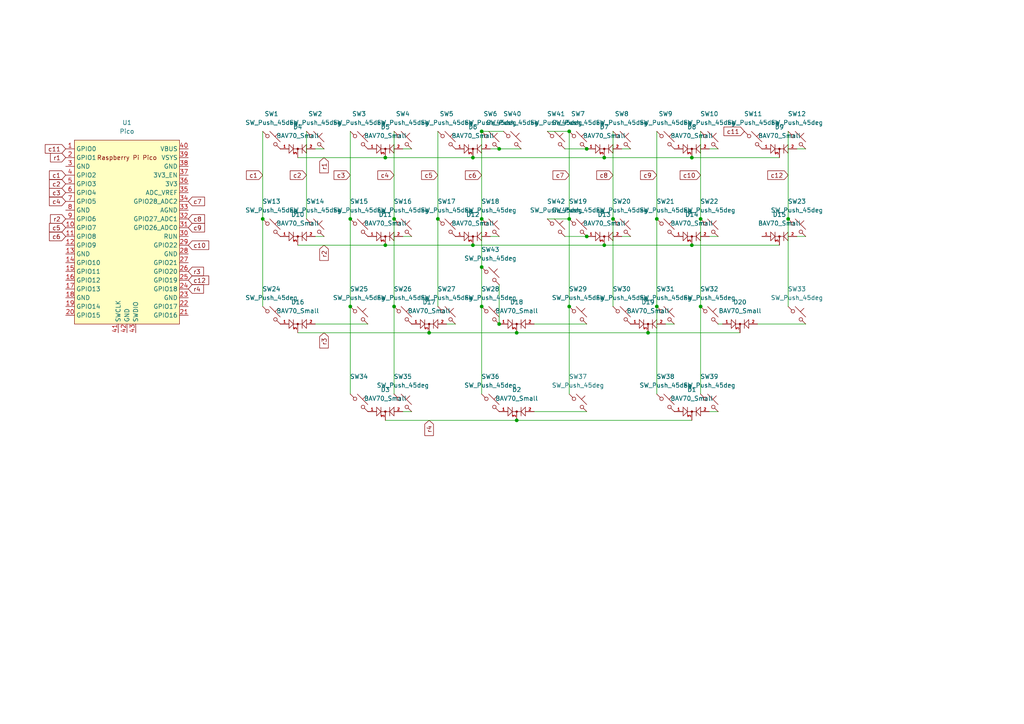
<source format=kicad_sch>
(kicad_sch (version 20230121) (generator eeschema)
  (paper "A4")
  (lib_symbols
    (symbol "MCU_RaspberryPi_and_Boards:Pico"
      (property "Reference" "U" (at -13.97 27.94 0))
      (property "Value" "Pico" (at 0 19.05 0))
      (symbol "Pico_0_0"
        (text "Raspberry Pi Pico" (at 0 21.59 0) (effects (font (size 1.27 1.27))))
      )
      (symbol "Pico_0_1"
        (rectangle (start -15.24 26.67) (end 15.24 -26.67) (fill (type background)))
      )
      (symbol "Pico_1_1"
        (pin bidirectional line (at -17.78 24.13 0) (length 2.54) (name "GPIO0") (number "1"))
        (pin bidirectional line (at -17.78 1.27 0) (length 2.54) (name "GPIO7") (number "10"))
        (pin bidirectional line (at -17.78 -1.27 0) (length 2.54) (name "GPIO8") (number "11"))
        (pin bidirectional line (at -17.78 -3.81 0) (length 2.54) (name "GPIO9") (number "12"))
        (pin power_in line (at -17.78 -6.35 0) (length 2.54) (name "GND") (number "13"))
        (pin bidirectional line (at -17.78 -8.89 0) (length 2.54) (name "GPIO10") (number "14"))
        (pin bidirectional line (at -17.78 -11.43 0) (length 2.54) (name "GPIO11") (number "15"))
        (pin bidirectional line (at -17.78 -13.97 0) (length 2.54) (name "GPIO12") (number "16"))
        (pin bidirectional line (at -17.78 -16.51 0) (length 2.54) (name "GPIO13") (number "17"))
        (pin power_in line (at -17.78 -19.05 0) (length 2.54) (name "GND") (number "18"))
        (pin bidirectional line (at -17.78 -21.59 0) (length 2.54) (name "GPIO14") (number "19"))
        (pin bidirectional line (at -17.78 21.59 0) (length 2.54) (name "GPIO1") (number "2"))
        (pin bidirectional line (at -17.78 -24.13 0) (length 2.54) (name "GPIO15") (number "20"))
        (pin bidirectional line (at 17.78 -24.13 180) (length 2.54) (name "GPIO16") (number "21"))
        (pin bidirectional line (at 17.78 -21.59 180) (length 2.54) (name "GPIO17") (number "22"))
        (pin power_in line (at 17.78 -19.05 180) (length 2.54) (name "GND") (number "23"))
        (pin bidirectional line (at 17.78 -16.51 180) (length 2.54) (name "GPIO18") (number "24"))
        (pin bidirectional line (at 17.78 -13.97 180) (length 2.54) (name "GPIO19") (number "25"))
        (pin bidirectional line (at 17.78 -11.43 180) (length 2.54) (name "GPIO20") (number "26"))
        (pin bidirectional line (at 17.78 -8.89 180) (length 2.54) (name "GPIO21") (number "27"))
        (pin power_in line (at 17.78 -6.35 180) (length 2.54) (name "GND") (number "28"))
        (pin bidirectional line (at 17.78 -3.81 180) (length 2.54) (name "GPIO22") (number "29"))
        (pin power_in line (at -17.78 19.05 0) (length 2.54) (name "GND") (number "3"))
        (pin input line (at 17.78 -1.27 180) (length 2.54) (name "RUN") (number "30"))
        (pin bidirectional line (at 17.78 1.27 180) (length 2.54) (name "GPIO26_ADC0") (number "31"))
        (pin bidirectional line (at 17.78 3.81 180) (length 2.54) (name "GPIO27_ADC1") (number "32"))
        (pin power_in line (at 17.78 6.35 180) (length 2.54) (name "AGND") (number "33"))
        (pin bidirectional line (at 17.78 8.89 180) (length 2.54) (name "GPIO28_ADC2") (number "34"))
        (pin power_in line (at 17.78 11.43 180) (length 2.54) (name "ADC_VREF") (number "35"))
        (pin power_in line (at 17.78 13.97 180) (length 2.54) (name "3V3") (number "36"))
        (pin input line (at 17.78 16.51 180) (length 2.54) (name "3V3_EN") (number "37"))
        (pin bidirectional line (at 17.78 19.05 180) (length 2.54) (name "GND") (number "38"))
        (pin power_in line (at 17.78 21.59 180) (length 2.54) (name "VSYS") (number "39"))
        (pin bidirectional line (at -17.78 16.51 0) (length 2.54) (name "GPIO2") (number "4"))
        (pin power_in line (at 17.78 24.13 180) (length 2.54) (name "VBUS") (number "40"))
        (pin input line (at -2.54 -29.21 90) (length 2.54) (name "SWCLK") (number "41"))
        (pin power_in line (at 0 -29.21 90) (length 2.54) (name "GND") (number "42"))
        (pin bidirectional line (at 2.54 -29.21 90) (length 2.54) (name "SWDIO") (number "43"))
        (pin bidirectional line (at -17.78 13.97 0) (length 2.54) (name "GPIO3") (number "5"))
        (pin bidirectional line (at -17.78 11.43 0) (length 2.54) (name "GPIO4") (number "6"))
        (pin bidirectional line (at -17.78 8.89 0) (length 2.54) (name "GPIO5") (number "7"))
        (pin power_in line (at -17.78 6.35 0) (length 2.54) (name "GND") (number "8"))
        (pin bidirectional line (at -17.78 3.81 0) (length 2.54) (name "GPIO6") (number "9"))
      )
    )
    (symbol "PCM_marbastlib-various:BAV70_Small" (pin_names (offset 0.762) hide)
      (property "Reference" "D" (at 0.635 -2.54 0))
      (property "Value" "BAV70_Small" (at 0 2.54 0))
      (symbol "BAV70_Small_0_1"
        (polyline (pts (xy -1.27 1.27) (xy -1.27 -1.27)))
        (polyline (pts (xy 1.27 0) (xy -1.27 0)))
        (polyline (pts (xy 1.27 1.27) (xy 1.27 -1.27)))
        (polyline (pts (xy -2.54 1.27) (xy -2.54 -1.27) (xy -1.27 0) (xy -2.54 1.27)))
        (polyline (pts (xy 2.54 1.27) (xy 2.54 -1.27) (xy 1.27 0) (xy 2.54 1.27)))
        (circle (center 0 0) (radius 0.254) (fill (type outline)))
      )
      (symbol "BAV70_Small_1_1"
        (pin input line (at -5.08 0 0) (length 2.54) (name "A1") (number "1"))
        (pin input line (at 5.08 0 180) (length 2.54) (name "A2") (number "2"))
        (pin passive line (at 0 -2.54 90) (length 2.54) (name "K") (number "3"))
      )
    )
    (symbol "Switch:SW_Push_45deg" (pin_numbers hide) (pin_names (offset 1.016) hide)
      (property "Reference" "SW" (at 3.048 1.016 0))
      (property "Value" "SW_Push_45deg" (at 0 -3.81 0))
      (symbol "SW_Push_45deg_0_1"
        (circle (center -1.1684 1.1684) (radius 0.508))
        (polyline (pts (xy -0.508 2.54) (xy 2.54 -0.508)))
        (polyline (pts (xy 1.016 1.016) (xy 2.032 2.032)))
        (polyline (pts (xy -2.54 2.54) (xy -1.524 1.524) (xy -1.524 1.524)))
        (polyline (pts (xy 1.524 -1.524) (xy 2.54 -2.54) (xy 2.54 -2.54) (xy 2.54 -2.54)))
        (circle (center 1.143 -1.1938) (radius 0.508))
        (pin passive line (at -2.54 2.54 0) (length 0) (name "1") (number "1"))
        (pin passive line (at 2.54 -2.54 180) (length 0) (name "2") (number "2"))
      )
    )
  )
  (junction (at 111.76 45.72))
  (junction (at 175.26 71.12))
  (junction (at 144.78 43.18))
  (junction (at 139.7 38.1))
  (junction (at 139.7 77.47))
  (junction (at 190.5 88.9))
  (junction (at 114.3 63.5))
  (junction (at 165.1 38.1))
  (junction (at 111.76 71.12))
  (junction (at 127 63.5))
  (junction (at 139.7 63.5))
  (junction (at 190.5 63.5))
  (junction (at 200.66 71.12))
  (junction (at 76.2 63.5))
  (junction (at 165.1 88.9))
  (junction (at 177.8 63.5))
  (junction (at 170.18 68.58))
  (junction (at 101.6 88.9))
  (junction (at 170.18 43.18))
  (junction (at 137.16 71.12))
  (junction (at 114.3 88.9))
  (junction (at 101.6 63.5))
  (junction (at 203.2 88.9))
  (junction (at 165.1 63.5))
  (junction (at 187.96 96.52))
  (junction (at 228.6 63.5))
  (junction (at 149.86 121.92))
  (junction (at 200.66 45.72))
  (junction (at 149.86 96.52))
  (junction (at 175.26 45.72))
  (junction (at 144.78 93.98))
  (junction (at 137.16 45.72))
  (junction (at 124.46 96.52))
  (junction (at 203.2 63.5))
  (junction (at 139.7 88.9))
  (wire (pts (xy 163.83 68.58) (xy 170.18 68.58)))
  (wire (pts (xy 193.04 93.98) (xy 195.58 93.98)))
  (wire (pts (xy 127 38.1) (xy 127 63.5)))
  (wire (pts (xy 86.36 96.52) (xy 124.46 96.52)))
  (wire (pts (xy 163.83 43.18) (xy 170.18 43.18)))
  (wire (pts (xy 190.5 88.9) (xy 190.5 114.3)))
  (wire (pts (xy 219.71 93.98) (xy 233.68 93.98)))
  (wire (pts (xy 91.44 93.98) (xy 106.68 93.98)))
  (wire (pts (xy 144.78 82.55) (xy 144.78 93.98)))
  (wire (pts (xy 158.75 38.1) (xy 165.1 38.1)))
  (wire (pts (xy 139.7 38.1) (xy 139.7 63.5)))
  (wire (pts (xy 101.6 63.5) (xy 101.6 88.9)))
  (wire (pts (xy 180.34 68.58) (xy 182.88 68.58)))
  (wire (pts (xy 111.76 71.12) (xy 137.16 71.12)))
  (wire (pts (xy 187.96 96.52) (xy 214.63 96.52)))
  (wire (pts (xy 139.7 77.47) (xy 139.7 88.9)))
  (wire (pts (xy 139.7 63.5) (xy 139.7 77.47)))
  (wire (pts (xy 165.1 88.9) (xy 165.1 114.3)))
  (wire (pts (xy 111.76 121.92) (xy 149.86 121.92)))
  (wire (pts (xy 137.16 71.12) (xy 175.26 71.12)))
  (wire (pts (xy 190.5 38.1) (xy 190.5 63.5)))
  (wire (pts (xy 129.54 93.98) (xy 132.08 93.98)))
  (wire (pts (xy 180.34 43.18) (xy 182.88 43.18)))
  (wire (pts (xy 116.84 68.58) (xy 119.38 68.58)))
  (wire (pts (xy 86.36 45.72) (xy 111.76 45.72)))
  (wire (pts (xy 101.6 38.1) (xy 101.6 63.5)))
  (wire (pts (xy 200.66 45.72) (xy 226.06 45.72)))
  (wire (pts (xy 149.86 121.92) (xy 200.66 121.92)))
  (wire (pts (xy 88.9 38.1) (xy 88.9 63.5)))
  (wire (pts (xy 101.6 88.9) (xy 101.6 114.3)))
  (wire (pts (xy 142.24 68.58) (xy 144.78 68.58)))
  (wire (pts (xy 205.74 119.38) (xy 208.28 119.38)))
  (wire (pts (xy 175.26 71.12) (xy 200.66 71.12)))
  (wire (pts (xy 203.2 38.1) (xy 203.2 63.5)))
  (wire (pts (xy 165.1 63.5) (xy 165.1 88.9)))
  (wire (pts (xy 190.5 63.5) (xy 190.5 88.9)))
  (wire (pts (xy 114.3 38.1) (xy 114.3 63.5)))
  (wire (pts (xy 154.94 93.98) (xy 170.18 93.98)))
  (wire (pts (xy 158.75 63.5) (xy 165.1 63.5)))
  (wire (pts (xy 114.3 88.9) (xy 114.3 114.3)))
  (wire (pts (xy 165.1 38.1) (xy 165.1 63.5)))
  (wire (pts (xy 177.8 63.5) (xy 177.8 88.9)))
  (wire (pts (xy 149.86 96.52) (xy 187.96 96.52)))
  (wire (pts (xy 116.84 43.18) (xy 119.38 43.18)))
  (wire (pts (xy 175.26 45.72) (xy 200.66 45.72)))
  (wire (pts (xy 137.16 45.72) (xy 175.26 45.72)))
  (wire (pts (xy 144.78 43.18) (xy 151.13 43.18)))
  (wire (pts (xy 205.74 68.58) (xy 208.28 68.58)))
  (wire (pts (xy 139.7 88.9) (xy 139.7 114.3)))
  (wire (pts (xy 116.84 119.38) (xy 119.38 119.38)))
  (wire (pts (xy 76.2 63.5) (xy 76.2 88.9)))
  (wire (pts (xy 124.46 96.52) (xy 149.86 96.52)))
  (wire (pts (xy 76.2 38.1) (xy 76.2 63.5)))
  (wire (pts (xy 231.14 43.18) (xy 233.68 43.18)))
  (wire (pts (xy 208.28 93.98) (xy 209.55 93.98)))
  (wire (pts (xy 154.94 119.38) (xy 170.18 119.38)))
  (wire (pts (xy 200.66 71.12) (xy 226.06 71.12)))
  (wire (pts (xy 111.76 45.72) (xy 137.16 45.72)))
  (wire (pts (xy 177.8 38.1) (xy 177.8 63.5)))
  (wire (pts (xy 231.14 68.58) (xy 233.68 68.58)))
  (wire (pts (xy 228.6 63.5) (xy 228.6 88.9)))
  (wire (pts (xy 203.2 63.5) (xy 203.2 88.9)))
  (wire (pts (xy 86.36 71.12) (xy 111.76 71.12)))
  (wire (pts (xy 228.6 38.1) (xy 228.6 63.5)))
  (wire (pts (xy 91.44 43.18) (xy 93.98 43.18)))
  (wire (pts (xy 114.3 63.5) (xy 114.3 88.9)))
  (wire (pts (xy 127 63.5) (xy 127 88.9)))
  (wire (pts (xy 203.2 88.9) (xy 203.2 114.3)))
  (wire (pts (xy 139.7 38.1) (xy 146.05 38.1)))
  (wire (pts (xy 91.44 68.58) (xy 93.98 68.58)))
  (wire (pts (xy 205.74 43.18) (xy 208.28 43.18)))
  (wire (pts (xy 142.24 43.18) (xy 144.78 43.18)))
  (global_label "c8" (shape input) (at 54.61 63.5 0) (property "Intersheetrefs" "${INTERSHEET_REFS}" (effects hide)))
  (global_label "r4" (shape input) (at 124.46 121.92 270) (property "Intersheetrefs" "${INTERSHEET_REFS}" (effects hide)))
  (global_label "c11" (shape input) (at 19.05 43.18 180) (property "Intersheetrefs" "${INTERSHEET_REFS}" (effects hide)))
  (global_label "c7" (shape input) (at 165.1 50.8 180) (property "Intersheetrefs" "${INTERSHEET_REFS}" (effects hide)))
  (global_label "c5" (shape input) (at 127 50.8 180) (property "Intersheetrefs" "${INTERSHEET_REFS}" (effects hide)))
  (global_label "r3" (shape input) (at 54.61 78.74 0) (property "Intersheetrefs" "${INTERSHEET_REFS}" (effects hide)))
  (global_label "c12" (shape input) (at 54.61 81.28 0) (property "Intersheetrefs" "${INTERSHEET_REFS}" (effects hide)))
  (global_label "c6" (shape input) (at 19.05 68.58 180) (property "Intersheetrefs" "${INTERSHEET_REFS}" (effects hide)))
  (global_label "c6" (shape input) (at 139.7 50.8 180) (property "Intersheetrefs" "${INTERSHEET_REFS}" (effects hide)))
  (global_label "c1" (shape input) (at 76.2 50.8 180) (property "Intersheetrefs" "${INTERSHEET_REFS}" (effects hide)))
  (global_label "c1" (shape input) (at 19.05 50.8 180) (property "Intersheetrefs" "${INTERSHEET_REFS}" (effects hide)))
  (global_label "c3" (shape input) (at 19.05 55.88 180) (property "Intersheetrefs" "${INTERSHEET_REFS}" (effects hide)))
  (global_label "r3" (shape input) (at 93.98 96.52 270) (property "Intersheetrefs" "${INTERSHEET_REFS}" (effects hide)))
  (global_label "c10" (shape input) (at 203.2 50.8 180) (property "Intersheetrefs" "${INTERSHEET_REFS}" (effects hide)))
  (global_label "r4" (shape input) (at 54.61 83.82 0) (property "Intersheetrefs" "${INTERSHEET_REFS}" (effects hide)))
  (global_label "r1" (shape input) (at 93.98 45.72 270) (property "Intersheetrefs" "${INTERSHEET_REFS}" (effects hide)))
  (global_label "c2" (shape input) (at 19.05 53.34 180) (property "Intersheetrefs" "${INTERSHEET_REFS}" (effects hide)))
  (global_label "c12" (shape input) (at 228.6 50.8 180) (property "Intersheetrefs" "${INTERSHEET_REFS}" (effects hide)))
  (global_label "r2" (shape input) (at 19.05 63.5 180) (property "Intersheetrefs" "${INTERSHEET_REFS}" (effects hide)))
  (global_label "c10" (shape input) (at 54.61 71.12 0) (property "Intersheetrefs" "${INTERSHEET_REFS}" (effects hide)))
  (global_label "c7" (shape input) (at 54.61 58.42 0) (property "Intersheetrefs" "${INTERSHEET_REFS}" (effects hide)))
  (global_label "c5" (shape input) (at 19.05 66.04 180) (property "Intersheetrefs" "${INTERSHEET_REFS}" (effects hide)))
  (global_label "c9" (shape input) (at 190.5 50.8 180) (property "Intersheetrefs" "${INTERSHEET_REFS}" (effects hide)))
  (global_label "c9" (shape input) (at 54.61 66.04 0) (property "Intersheetrefs" "${INTERSHEET_REFS}" (effects hide)))
  (global_label "c8" (shape input) (at 177.8 50.8 180) (property "Intersheetrefs" "${INTERSHEET_REFS}" (effects hide)))
  (global_label "r1" (shape input) (at 19.05 45.72 180) (property "Intersheetrefs" "${INTERSHEET_REFS}" (effects hide)))
  (global_label "c4" (shape input) (at 114.3 50.8 180) (property "Intersheetrefs" "${INTERSHEET_REFS}" (effects hide)))
  (global_label "c3" (shape input) (at 101.6 50.8 180) (property "Intersheetrefs" "${INTERSHEET_REFS}" (effects hide)))
  (global_label "c2" (shape input) (at 88.9 50.8 180) (property "Intersheetrefs" "${INTERSHEET_REFS}" (effects hide)))
  (global_label "r2" (shape input) (at 93.98 71.12 270) (property "Intersheetrefs" "${INTERSHEET_REFS}" (effects hide)))
  (global_label "c11" (shape input) (at 215.9 38.1 180) (property "Intersheetrefs" "${INTERSHEET_REFS}" (effects hide)))
  (global_label "c4" (shape input) (at 19.05 58.42 180) (property "Intersheetrefs" "${INTERSHEET_REFS}" (effects hide)))
  (symbol (lib_id "Switch:SW_Push_45deg") (at 167.64 66.04 0) (unit 1)
    (property "Reference" "SW19" (at 167.64 58.42 0))
    (property "Value" "SW_Push_45deg" (at 167.64 60.96 0))
    (property "Footprint" "custom:MX_1.5U" (effects hide))
  )
  (symbol (lib_id "Switch:SW_Push_45deg") (at 193.04 40.64 0) (unit 1)
    (property "Reference" "SW9" (at 193.04 33.02 0))
    (property "Value" "SW_Push_45deg" (at 193.04 35.56 0))
    (property "Footprint" "custom:MX_1U" (effects hide))
  )
  (symbol (lib_id "Switch:SW_Push_45deg") (at 180.34 66.04 0) (unit 1)
    (property "Reference" "SW20" (at 180.34 58.42 0))
    (property "Value" "SW_Push_45deg" (at 180.34 60.96 0))
    (property "Footprint" "custom:MX_1U" (effects hide))
  )
  (symbol (lib_id "PCM_marbastlib-various:BAV70_Small") (at 200.66 43.18 0) (unit 1)
    (property "Reference" "D8" (at 200.66 36.83 0))
    (property "Value" "BAV70_Small" (at 200.66 39.37 0))
    (property "Footprint" "custom:SOT-23" (effects hide))
    (property "Datasheet" "https://assets.nexperia.com/documents/data-sheet/BAV70_SER.pdf" (effects hide))
  )
  (symbol (lib_id "Switch:SW_Push_45deg") (at 78.74 66.04 0) (unit 1)
    (property "Reference" "SW13" (at 78.74 58.42 0))
    (property "Value" "SW_Push_45deg" (at 78.74 60.96 0))
    (property "Footprint" "custom:MX_1.25U" (effects hide))
  )
  (symbol (lib_id "PCM_marbastlib-various:BAV70_Small") (at 124.46 93.98 0) (unit 1)
    (property "Reference" "D17" (at 124.46 87.63 0))
    (property "Value" "BAV70_Small" (at 124.46 90.17 0))
    (property "Footprint" "custom:SOT-23" (effects hide))
    (property "Datasheet" "https://assets.nexperia.com/documents/data-sheet/BAV70_SER.pdf" (effects hide))
  )
  (symbol (lib_id "Switch:SW_Push_45deg") (at 78.74 40.64 0) (unit 1)
    (property "Reference" "SW1" (at 78.74 33.02 0))
    (property "Value" "SW_Push_45deg" (at 78.74 35.56 0))
    (property "Footprint" "custom:MX_1U" (effects hide))
  )
  (symbol (lib_id "Switch:SW_Push_45deg") (at 116.84 40.64 0) (unit 1)
    (property "Reference" "SW4" (at 116.84 33.02 0))
    (property "Value" "SW_Push_45deg" (at 116.84 35.56 0))
    (property "Footprint" "custom:MX_1U" (effects hide))
  )
  (symbol (lib_id "Switch:SW_Push_45deg") (at 193.04 91.44 0) (unit 1)
    (property "Reference" "SW31" (at 193.04 83.82 0))
    (property "Value" "SW_Push_45deg" (at 193.04 86.36 0))
    (property "Footprint" "custom:MX_1U" (effects hide))
  )
  (symbol (lib_id "PCM_marbastlib-various:BAV70_Small") (at 226.06 43.18 0) (unit 1)
    (property "Reference" "D9" (at 226.06 36.83 0))
    (property "Value" "BAV70_Small" (at 226.06 39.37 0))
    (property "Footprint" "custom:SOT-23" (effects hide))
    (property "Datasheet" "https://assets.nexperia.com/documents/data-sheet/BAV70_SER.pdf" (effects hide))
  )
  (symbol (lib_id "Switch:SW_Push_45deg") (at 180.34 40.64 0) (unit 1)
    (property "Reference" "SW8" (at 180.34 33.02 0))
    (property "Value" "SW_Push_45deg" (at 180.34 35.56 0))
    (property "Footprint" "custom:MX_1U" (effects hide))
  )
  (symbol (lib_id "Switch:SW_Push_45deg") (at 129.54 66.04 0) (unit 1)
    (property "Reference" "SW17" (at 129.54 58.42 0))
    (property "Value" "SW_Push_45deg" (at 129.54 60.96 0))
    (property "Footprint" "custom:MX_1U" (effects hide))
  )
  (symbol (lib_id "Switch:SW_Push_45deg") (at 104.14 116.84 0) (unit 1)
    (property "Reference" "SW34" (at 104.14 109.22 0))
    (property "Value" "SW_Push_45deg" (effects hide))
    (property "Footprint" "custom:MX_1.25U" (effects hide))
  )
  (symbol (lib_id "Switch:SW_Push_45deg") (at 142.24 80.01 0) (unit 1)
    (property "Reference" "SW43" (at 142.24 72.39 0))
    (property "Value" "SW_Push_45deg" (at 142.24 74.93 0))
    (property "Footprint" "custom:MX_1U" (effects hide))
  )
  (symbol (lib_id "Switch:SW_Push_45deg") (at 116.84 66.04 0) (unit 1)
    (property "Reference" "SW16" (at 116.84 58.42 0))
    (property "Value" "SW_Push_45deg" (at 116.84 60.96 0))
    (property "Footprint" "custom:MX_1U" (effects hide))
  )
  (symbol (lib_id "Switch:SW_Push_45deg") (at 205.74 116.84 0) (unit 1)
    (property "Reference" "SW39" (at 205.74 109.22 0))
    (property "Value" "SW_Push_45deg" (at 205.74 111.76 0))
    (property "Footprint" "custom:MX_1.25U" (effects hide))
  )
  (symbol (lib_id "MCU_RaspberryPi_and_Boards:Pico") (at 36.83 67.31 0) (unit 1)
    (property "Reference" "U1" (at 36.83 35.56 0))
    (property "Value" "Pico" (at 36.83 38.1 0))
    (property "Footprint" "custom:RPi_Pico_SMD_TH" (effects hide))
  )
  (symbol (lib_id "PCM_marbastlib-various:BAV70_Small") (at 187.96 93.98 0) (unit 1)
    (property "Reference" "D19" (at 187.96 87.63 0))
    (property "Value" "BAV70_Small" (at 187.96 90.17 0))
    (property "Footprint" "custom:SOT-23" (effects hide))
    (property "Datasheet" "https://assets.nexperia.com/documents/data-sheet/BAV70_SER.pdf" (effects hide))
  )
  (symbol (lib_id "Switch:SW_Push_45deg") (at 167.64 91.44 0) (unit 1)
    (property "Reference" "SW29" (at 167.64 83.82 0))
    (property "Value" "SW_Push_45deg" (at 167.64 86.36 0))
    (property "Footprint" "custom:MX_1U" (effects hide))
  )
  (symbol (lib_id "Switch:SW_Push_45deg") (at 205.74 66.04 0) (unit 1)
    (property "Reference" "SW22" (at 205.74 58.42 0))
    (property "Value" "SW_Push_45deg" (at 205.74 60.96 0))
    (property "Footprint" "custom:MX_1U" (effects hide))
  )
  (symbol (lib_id "Switch:SW_Push_45deg") (at 231.14 66.04 0) (unit 1)
    (property "Reference" "SW23" (at 231.14 58.42 0))
    (property "Value" "SW_Push_45deg" (at 231.14 60.96 0))
    (property "Footprint" "custom:MX_1.75U" (effects hide))
  )
  (symbol (lib_id "PCM_marbastlib-various:BAV70_Small") (at 149.86 93.98 0) (unit 1)
    (property "Reference" "D18" (at 149.86 87.63 0))
    (property "Value" "BAV70_Small" (at 149.86 90.17 0))
    (property "Footprint" "custom:SOT-23" (effects hide))
    (property "Datasheet" "https://assets.nexperia.com/documents/data-sheet/BAV70_SER.pdf" (effects hide))
  )
  (symbol (lib_id "Switch:SW_Push_45deg") (at 116.84 91.44 0) (unit 1)
    (property "Reference" "SW26" (at 116.84 83.82 0))
    (property "Value" "SW_Push_45deg" (at 116.84 86.36 0))
    (property "Footprint" "custom:MX_1U" (effects hide))
  )
  (symbol (lib_id "PCM_marbastlib-various:BAV70_Small") (at 175.26 43.18 0) (unit 1)
    (property "Reference" "D7" (at 175.26 36.83 0))
    (property "Value" "BAV70_Small" (at 175.26 39.37 0))
    (property "Footprint" "custom:SOT-23" (effects hide))
    (property "Datasheet" "https://assets.nexperia.com/documents/data-sheet/BAV70_SER.pdf" (effects hide))
  )
  (symbol (lib_id "Switch:SW_Push_45deg") (at 161.29 40.64 0) (unit 1)
    (property "Reference" "SW41" (at 161.29 33.02 0))
    (property "Value" "SW_Push_45deg" (at 161.29 35.56 0))
    (property "Footprint" "custom:MX_1U" (effects hide))
  )
  (symbol (lib_id "Switch:SW_Push_45deg") (at 129.54 91.44 0) (unit 1)
    (property "Reference" "SW27" (at 129.54 83.82 0))
    (property "Value" "SW_Push_45deg" (at 129.54 86.36 0))
    (property "Footprint" "custom:MX_1U" (effects hide))
  )
  (symbol (lib_id "Switch:SW_Push_45deg") (at 205.74 91.44 0) (unit 1)
    (property "Reference" "SW32" (at 205.74 83.82 0))
    (property "Value" "SW_Push_45deg" (at 205.74 86.36 0))
    (property "Footprint" "custom:MX_1U" (effects hide))
  )
  (symbol (lib_id "Switch:SW_Push_45deg") (at 193.04 116.84 0) (unit 1)
    (property "Reference" "SW38" (at 193.04 109.22 0))
    (property "Value" "SW_Push_45deg" (at 193.04 111.76 0))
    (property "Footprint" "custom:MX_1.25U" (effects hide))
  )
  (symbol (lib_id "PCM_marbastlib-various:BAV70_Small") (at 137.16 68.58 0) (unit 1)
    (property "Reference" "D12" (at 137.16 62.23 0))
    (property "Value" "BAV70_Small" (at 137.16 64.77 0))
    (property "Footprint" "custom:SOT-23" (effects hide))
    (property "Datasheet" "https://assets.nexperia.com/documents/data-sheet/BAV70_SER.pdf" (effects hide))
  )
  (symbol (lib_id "Switch:SW_Push_45deg") (at 116.84 116.84 0) (unit 1)
    (property "Reference" "SW35" (at 116.84 109.22 0))
    (property "Value" "SW_Push_45deg" (at 116.84 111.76 0))
    (property "Footprint" "custom:MX_1.25U" (effects hide))
  )
  (symbol (lib_id "PCM_marbastlib-various:BAV70_Small") (at 86.36 68.58 0) (unit 1)
    (property "Reference" "D10" (at 86.36 62.23 0))
    (property "Value" "BAV70_Small" (at 86.36 64.77 0))
    (property "Footprint" "custom:SOT-23" (effects hide))
    (property "Datasheet" "https://assets.nexperia.com/documents/data-sheet/BAV70_SER.pdf" (effects hide))
  )
  (symbol (lib_id "Switch:SW_Push_45deg") (at 142.24 40.64 0) (unit 1)
    (property "Reference" "SW6" (at 142.24 33.02 0))
    (property "Value" "SW_Push_45deg" (at 142.24 35.56 0))
    (property "Footprint" "custom:MX_1.25U" (effects hide))
  )
  (symbol (lib_id "PCM_marbastlib-various:BAV70_Small") (at 149.86 119.38 0) (unit 1)
    (property "Reference" "D2" (at 149.86 113.03 0))
    (property "Value" "BAV70_Small" (at 149.86 115.57 0))
    (property "Footprint" "custom:SOT-23" (effects hide))
    (property "Datasheet" "https://assets.nexperia.com/documents/data-sheet/BAV70_SER.pdf" (effects hide))
  )
  (symbol (lib_id "PCM_marbastlib-various:BAV70_Small") (at 137.16 43.18 0) (unit 1)
    (property "Reference" "D6" (at 137.16 36.83 0))
    (property "Value" "BAV70_Small" (at 137.16 39.37 0))
    (property "Footprint" "custom:SOT-23" (effects hide))
    (property "Datasheet" "https://assets.nexperia.com/documents/data-sheet/BAV70_SER.pdf" (effects hide))
  )
  (symbol (lib_id "PCM_marbastlib-various:BAV70_Small") (at 214.63 93.98 0) (unit 1)
    (property "Reference" "D20" (at 214.63 87.63 0))
    (property "Value" "BAV70_Small" (at 214.63 90.17 0))
    (property "Footprint" "custom:SOT-23" (effects hide))
    (property "Datasheet" "https://assets.nexperia.com/documents/data-sheet/BAV70_SER.pdf" (effects hide))
  )
  (symbol (lib_id "Switch:SW_Push_45deg") (at 161.29 66.04 0) (unit 1)
    (property "Reference" "SW42" (at 161.29 58.42 0))
    (property "Value" "SW_Push_45deg" (at 161.29 60.96 0))
    (property "Footprint" "custom:MX_1U" (effects hide))
  )
  (symbol (lib_id "PCM_marbastlib-various:BAV70_Small") (at 200.66 68.58 0) (unit 1)
    (property "Reference" "D14" (at 200.66 62.23 0))
    (property "Value" "BAV70_Small" (at 200.66 64.77 0))
    (property "Footprint" "custom:SOT-23" (effects hide))
    (property "Datasheet" "https://assets.nexperia.com/documents/data-sheet/BAV70_SER.pdf" (effects hide))
  )
  (symbol (lib_id "Switch:SW_Push_45deg") (at 142.24 66.04 0) (unit 1)
    (property "Reference" "SW18" (at 142.24 58.42 0))
    (property "Value" "SW_Push_45deg" (at 142.24 60.96 0))
    (property "Footprint" "custom:MX_1U" (effects hide))
  )
  (symbol (lib_id "Switch:SW_Push_45deg") (at 148.59 40.64 0) (unit 1)
    (property "Reference" "SW40" (at 148.59 33.02 0))
    (property "Value" "SW_Push_45deg" (at 148.59 35.56 0))
    (property "Footprint" "custom:MX_1U" (effects hide))
  )
  (symbol (lib_id "PCM_marbastlib-various:BAV70_Small") (at 111.76 68.58 0) (unit 1)
    (property "Reference" "D11" (at 111.76 62.23 0))
    (property "Value" "BAV70_Small" (at 111.76 64.77 0))
    (property "Footprint" "custom:SOT-23" (effects hide))
    (property "Datasheet" "https://assets.nexperia.com/documents/data-sheet/BAV70_SER.pdf" (effects hide))
  )
  (symbol (lib_id "Switch:SW_Push_45deg") (at 142.24 91.44 0) (unit 1)
    (property "Reference" "SW28" (at 142.24 83.82 0))
    (property "Value" "SW_Push_45deg" (at 142.24 86.36 0))
    (property "Footprint" "custom:MX_1U" (effects hide))
  )
  (symbol (lib_id "Switch:SW_Push_45deg") (at 167.64 40.64 0) (unit 1)
    (property "Reference" "SW7" (at 167.64 33.02 0))
    (property "Value" "SW_Push_45deg" (at 167.64 35.56 0))
    (property "Footprint" "custom:MX_1.25U" (effects hide))
  )
  (symbol (lib_id "Switch:SW_Push_45deg") (at 91.44 40.64 0) (unit 1)
    (property "Reference" "SW2" (at 91.44 33.02 0))
    (property "Value" "SW_Push_45deg" (at 91.44 35.56 0))
    (property "Footprint" "custom:MX_1U" (effects hide))
  )
  (symbol (lib_id "PCM_marbastlib-various:BAV70_Small") (at 86.36 93.98 0) (unit 1)
    (property "Reference" "D16" (at 86.36 87.63 0))
    (property "Value" "BAV70_Small" (at 86.36 90.17 0))
    (property "Footprint" "custom:SOT-23" (effects hide))
    (property "Datasheet" "https://assets.nexperia.com/documents/data-sheet/BAV70_SER.pdf" (effects hide))
  )
  (symbol (lib_id "Switch:SW_Push_45deg") (at 104.14 91.44 0) (unit 1)
    (property "Reference" "SW25" (at 104.14 83.82 0))
    (property "Value" "SW_Push_45deg" (at 104.14 86.36 0))
    (property "Footprint" "custom:MX_1U" (effects hide))
  )
  (symbol (lib_id "Switch:SW_Push_45deg") (at 180.34 91.44 0) (unit 1)
    (property "Reference" "SW30" (at 180.34 83.82 0))
    (property "Value" "SW_Push_45deg" (at 180.34 86.36 0))
    (property "Footprint" "custom:MX_1U" (effects hide))
  )
  (symbol (lib_id "PCM_marbastlib-various:BAV70_Small") (at 86.36 43.18 0) (unit 1)
    (property "Reference" "D4" (at 86.36 36.83 0))
    (property "Value" "BAV70_Small" (at 86.36 39.37 0))
    (property "Footprint" "custom:SOT-23" (effects hide))
    (property "Datasheet" "https://assets.nexperia.com/documents/data-sheet/BAV70_SER.pdf" (effects hide))
  )
  (symbol (lib_id "Switch:SW_Push_45deg") (at 205.74 40.64 0) (unit 1)
    (property "Reference" "SW10" (at 205.74 33.02 0))
    (property "Value" "SW_Push_45deg" (at 205.74 35.56 0))
    (property "Footprint" "custom:MX_1U" (effects hide))
  )
  (symbol (lib_id "Switch:SW_Push_45deg") (at 193.04 66.04 0) (unit 1)
    (property "Reference" "SW21" (at 193.04 58.42 0))
    (property "Value" "SW_Push_45deg" (at 193.04 60.96 0))
    (property "Footprint" "custom:MX_1U" (effects hide))
  )
  (symbol (lib_id "Switch:SW_Push_45deg") (at 104.14 40.64 0) (unit 1)
    (property "Reference" "SW3" (at 104.14 33.02 0))
    (property "Value" "SW_Push_45deg" (at 104.14 35.56 0))
    (property "Footprint" "custom:MX_1U" (effects hide))
  )
  (symbol (lib_id "PCM_marbastlib-various:BAV70_Small") (at 175.26 68.58 0) (unit 1)
    (property "Reference" "D13" (at 175.26 62.23 0))
    (property "Value" "BAV70_Small" (at 175.26 64.77 0))
    (property "Footprint" "custom:SOT-23" (effects hide))
    (property "Datasheet" "https://assets.nexperia.com/documents/data-sheet/BAV70_SER.pdf" (effects hide))
  )
  (symbol (lib_id "Switch:SW_Push_45deg") (at 218.44 40.64 0) (unit 1)
    (property "Reference" "SW11" (at 218.44 33.02 0))
    (property "Value" "SW_Push_45deg" (at 218.44 35.56 0))
    (property "Footprint" "custom:MX_1U" (effects hide))
  )
  (symbol (lib_id "Switch:SW_Push_45deg") (at 231.14 91.44 0) (unit 1)
    (property "Reference" "SW33" (at 231.14 83.82 0))
    (property "Value" "SW_Push_45deg" (at 231.14 86.36 0))
    (property "Footprint" "custom:MX_2.25U" (effects hide))
  )
  (symbol (lib_id "Switch:SW_Push_45deg") (at 104.14 66.04 0) (unit 1)
    (property "Reference" "SW15" (at 104.14 58.42 0))
    (property "Value" "SW_Push_45deg" (at 104.14 60.96 0))
    (property "Footprint" "custom:MX_1U" (effects hide))
  )
  (symbol (lib_id "Switch:SW_Push_45deg") (at 167.64 116.84 0) (unit 1)
    (property "Reference" "SW37" (at 167.64 109.22 0))
    (property "Value" "SW_Push_45deg" (at 167.64 111.76 0))
    (property "Footprint" "custom:MX_2.25U" (effects hide))
  )
  (symbol (lib_id "PCM_marbastlib-various:BAV70_Small") (at 111.76 43.18 0) (unit 1)
    (property "Reference" "D5" (at 111.76 36.83 0))
    (property "Value" "BAV70_Small" (at 111.76 39.37 0))
    (property "Footprint" "custom:SOT-23" (effects hide))
    (property "Datasheet" "https://assets.nexperia.com/documents/data-sheet/BAV70_SER.pdf" (effects hide))
  )
  (symbol (lib_id "Switch:SW_Push_45deg") (at 142.24 116.84 0) (unit 1)
    (property "Reference" "SW36" (at 142.24 109.22 0))
    (property "Value" "SW_Push_45deg" (at 142.24 111.76 0))
    (property "Footprint" "custom:MX_2.25U" (effects hide))
  )
  (symbol (lib_id "Switch:SW_Push_45deg") (at 231.14 40.64 0) (unit 1)
    (property "Reference" "SW12" (at 231.14 33.02 0))
    (property "Value" "SW_Push_45deg" (at 231.14 35.56 0))
    (property "Footprint" "custom:MX_1U" (effects hide))
  )
  (symbol (lib_id "Switch:SW_Push_45deg") (at 129.54 40.64 0) (unit 1)
    (property "Reference" "SW5" (at 129.54 33.02 0))
    (property "Value" "SW_Push_45deg" (at 129.54 35.56 0))
    (property "Footprint" "custom:MX_1U" (effects hide))
  )
  (symbol (lib_id "Switch:SW_Push_45deg") (at 91.44 66.04 0) (unit 1)
    (property "Reference" "SW14" (at 91.44 58.42 0))
    (property "Value" "SW_Push_45deg" (at 91.44 60.96 0))
    (property "Footprint" "custom:MX_1U" (effects hide))
  )
  (symbol (lib_id "PCM_marbastlib-various:BAV70_Small") (at 111.76 119.38 0) (unit 1)
    (property "Reference" "D3" (at 111.76 113.03 0))
    (property "Value" "BAV70_Small" (at 111.76 115.57 0))
    (property "Footprint" "custom:SOT-23" (effects hide))
    (property "Datasheet" "https://assets.nexperia.com/documents/data-sheet/BAV70_SER.pdf" (effects hide))
  )
  (symbol (lib_id "Switch:SW_Push_45deg") (at 78.74 91.44 0) (unit 1)
    (property "Reference" "SW24" (at 78.74 83.82 0))
    (property "Value" "SW_Push_45deg" (at 78.74 86.36 0))
    (property "Footprint" "custom:MX_1.75U" (effects hide))
  )
  (symbol (lib_id "PCM_marbastlib-various:BAV70_Small") (at 226.06 68.58 0) (unit 1)
    (property "Reference" "D15" (at 226.06 62.23 0))
    (property "Value" "BAV70_Small" (at 226.06 64.77 0))
    (property "Footprint" "custom:SOT-23" (effects hide))
    (property "Datasheet" "https://assets.nexperia.com/documents/data-sheet/BAV70_SER.pdf" (effects hide))
  )
  (symbol (lib_id "PCM_marbastlib-various:BAV70_Small") (at 200.66 119.38 0) (unit 1)
    (property "Reference" "D1" (at 200.66 113.03 0))
    (property "Value" "BAV70_Small" (at 200.66 115.57 0))
    (property "Footprint" "custom:SOT-23" (effects hide))
    (property "Datasheet" "https://assets.nexperia.com/documents/data-sheet/BAV70_SER.pdf" (effects hide))
  )
)
</source>
